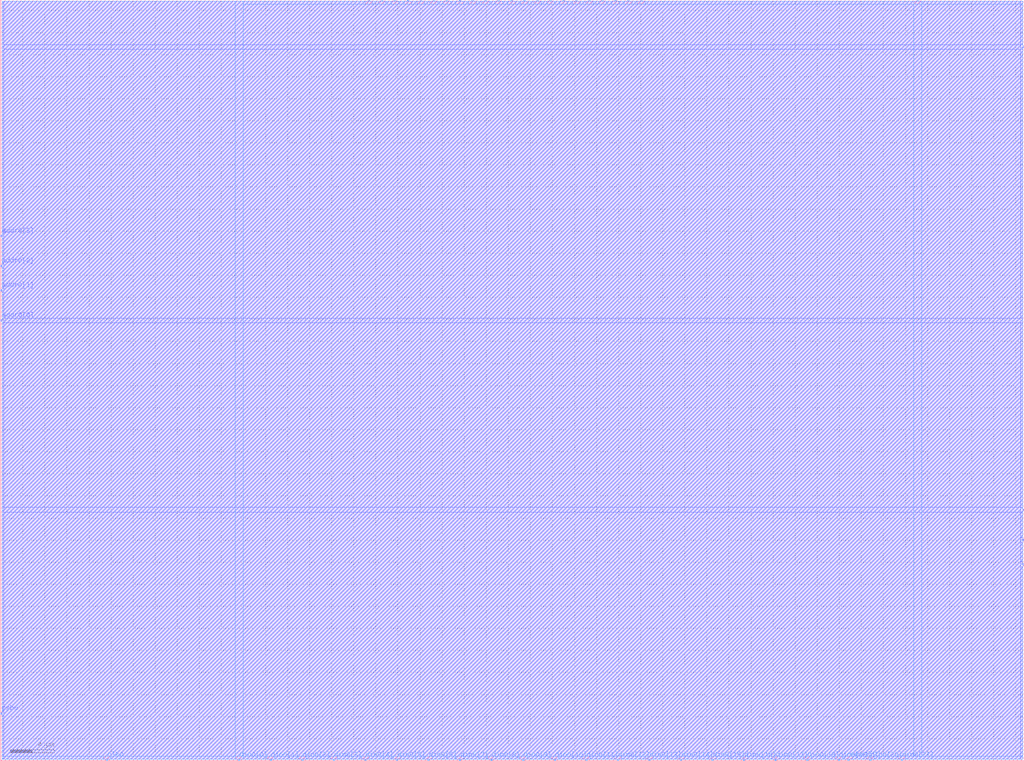
<source format=lef>
VERSION 5.4 ;
NAMESCASESENSITIVE ON ;
BUSBITCHARS "[]" ;
DIVIDERCHAR "/" ;
UNITS
  DATABASE MICRONS 2000 ;
END UNITS
MACRO sram_0rw1r1w_22_16_freepdk45
   CLASS BLOCK ;
   SIZE 92.745 BY 68.97 ;
   SYMMETRY X Y R90 ;
   PIN din0[0]
      DIRECTION INPUT ;
      PORT
         LAYER metal4 ;
         RECT  21.5425 0.0 21.6825 0.14 ;
      END
   END din0[0]
   PIN din0[1]
      DIRECTION INPUT ;
      PORT
         LAYER metal4 ;
         RECT  24.4025 0.0 24.5425 0.14 ;
      END
   END din0[1]
   PIN din0[2]
      DIRECTION INPUT ;
      PORT
         LAYER metal4 ;
         RECT  27.2625 0.0 27.4025 0.14 ;
      END
   END din0[2]
   PIN din0[3]
      DIRECTION INPUT ;
      PORT
         LAYER metal4 ;
         RECT  30.1225 0.0 30.2625 0.14 ;
      END
   END din0[3]
   PIN din0[4]
      DIRECTION INPUT ;
      PORT
         LAYER metal4 ;
         RECT  32.9825 0.0 33.1225 0.14 ;
      END
   END din0[4]
   PIN din0[5]
      DIRECTION INPUT ;
      PORT
         LAYER metal4 ;
         RECT  35.8425 0.0 35.9825 0.14 ;
      END
   END din0[5]
   PIN din0[6]
      DIRECTION INPUT ;
      PORT
         LAYER metal4 ;
         RECT  38.7025 0.0 38.8425 0.14 ;
      END
   END din0[6]
   PIN din0[7]
      DIRECTION INPUT ;
      PORT
         LAYER metal4 ;
         RECT  41.5625 0.0 41.7025 0.14 ;
      END
   END din0[7]
   PIN din0[8]
      DIRECTION INPUT ;
      PORT
         LAYER metal4 ;
         RECT  44.4225 0.0 44.5625 0.14 ;
      END
   END din0[8]
   PIN din0[9]
      DIRECTION INPUT ;
      PORT
         LAYER metal4 ;
         RECT  47.2825 0.0 47.4225 0.14 ;
      END
   END din0[9]
   PIN din0[10]
      DIRECTION INPUT ;
      PORT
         LAYER metal4 ;
         RECT  50.1425 0.0 50.2825 0.14 ;
      END
   END din0[10]
   PIN din0[11]
      DIRECTION INPUT ;
      PORT
         LAYER metal4 ;
         RECT  53.0025 0.0 53.1425 0.14 ;
      END
   END din0[11]
   PIN din0[12]
      DIRECTION INPUT ;
      PORT
         LAYER metal4 ;
         RECT  55.8625 0.0 56.0025 0.14 ;
      END
   END din0[12]
   PIN din0[13]
      DIRECTION INPUT ;
      PORT
         LAYER metal4 ;
         RECT  58.7225 0.0 58.8625 0.14 ;
      END
   END din0[13]
   PIN din0[14]
      DIRECTION INPUT ;
      PORT
         LAYER metal4 ;
         RECT  61.5825 0.0 61.7225 0.14 ;
      END
   END din0[14]
   PIN din0[15]
      DIRECTION INPUT ;
      PORT
         LAYER metal4 ;
         RECT  64.4425 0.0 64.5825 0.14 ;
      END
   END din0[15]
   PIN din0[16]
      DIRECTION INPUT ;
      PORT
         LAYER metal4 ;
         RECT  67.3025 0.0 67.4425 0.14 ;
      END
   END din0[16]
   PIN din0[17]
      DIRECTION INPUT ;
      PORT
         LAYER metal4 ;
         RECT  70.1625 0.0 70.3025 0.14 ;
      END
   END din0[17]
   PIN din0[18]
      DIRECTION INPUT ;
      PORT
         LAYER metal4 ;
         RECT  73.0225 0.0 73.1625 0.14 ;
      END
   END din0[18]
   PIN din0[19]
      DIRECTION INPUT ;
      PORT
         LAYER metal4 ;
         RECT  75.8825 0.0 76.0225 0.14 ;
      END
   END din0[19]
   PIN din0[20]
      DIRECTION INPUT ;
      PORT
         LAYER metal4 ;
         RECT  78.7425 0.0 78.8825 0.14 ;
      END
   END din0[20]
   PIN din0[21]
      DIRECTION INPUT ;
      PORT
         LAYER metal4 ;
         RECT  81.6025 0.0 81.7425 0.14 ;
      END
   END din0[21]
   PIN addr0[0]
      DIRECTION INPUT ;
      PORT
         LAYER metal3 ;
         RECT  0.0 39.835 0.14 39.975 ;
      END
   END addr0[0]
   PIN addr0[1]
      DIRECTION INPUT ;
      PORT
         LAYER metal3 ;
         RECT  0.0 42.565 0.14 42.705 ;
      END
   END addr0[1]
   PIN addr0[2]
      DIRECTION INPUT ;
      PORT
         LAYER metal3 ;
         RECT  0.0 44.775 0.14 44.915 ;
      END
   END addr0[2]
   PIN addr0[3]
      DIRECTION INPUT ;
      PORT
         LAYER metal3 ;
         RECT  0.0 47.505 0.14 47.645 ;
      END
   END addr0[3]
   PIN addr1[0]
      DIRECTION INPUT ;
      PORT
         LAYER metal3 ;
         RECT  92.605 22.675 92.745 22.815 ;
      END
   END addr1[0]
   PIN addr1[1]
      DIRECTION INPUT ;
      PORT
         LAYER metal3 ;
         RECT  92.605 19.945 92.745 20.085 ;
      END
   END addr1[1]
   PIN addr1[2]
      DIRECTION INPUT ;
      PORT
         LAYER metal3 ;
         RECT  92.605 17.735 92.745 17.875 ;
      END
   END addr1[2]
   PIN addr1[3]
      DIRECTION INPUT ;
      PORT
         LAYER metal4 ;
         RECT  76.78 0.0 76.92 0.14 ;
      END
   END addr1[3]
   PIN csb0
      DIRECTION INPUT ;
      PORT
         LAYER metal3 ;
         RECT  0.0 4.215 0.14 4.355 ;
      END
   END csb0
   PIN csb1
      DIRECTION INPUT ;
      PORT
         LAYER metal3 ;
         RECT  92.605 64.615 92.745 64.755 ;
      END
   END csb1
   PIN clk0
      DIRECTION INPUT ;
      PORT
         LAYER metal4 ;
         RECT  9.56 0.0 9.7 0.14 ;
      END
   END clk0
   PIN clk1
      DIRECTION INPUT ;
      PORT
         LAYER metal4 ;
         RECT  83.045 68.83 83.185 68.97 ;
      END
   END clk1
   PIN dout1[0]
      DIRECTION OUTPUT ;
      PORT
         LAYER metal4 ;
         RECT  33.3075 68.83 33.4475 68.97 ;
      END
   END dout1[0]
   PIN dout1[1]
      DIRECTION OUTPUT ;
      PORT
         LAYER metal4 ;
         RECT  34.4825 68.83 34.6225 68.97 ;
      END
   END dout1[1]
   PIN dout1[2]
      DIRECTION OUTPUT ;
      PORT
         LAYER metal4 ;
         RECT  35.6575 68.83 35.7975 68.97 ;
      END
   END dout1[2]
   PIN dout1[3]
      DIRECTION OUTPUT ;
      PORT
         LAYER metal4 ;
         RECT  36.8325 68.83 36.9725 68.97 ;
      END
   END dout1[3]
   PIN dout1[4]
      DIRECTION OUTPUT ;
      PORT
         LAYER metal4 ;
         RECT  38.0075 68.83 38.1475 68.97 ;
      END
   END dout1[4]
   PIN dout1[5]
      DIRECTION OUTPUT ;
      PORT
         LAYER metal4 ;
         RECT  39.1825 68.83 39.3225 68.97 ;
      END
   END dout1[5]
   PIN dout1[6]
      DIRECTION OUTPUT ;
      PORT
         LAYER metal4 ;
         RECT  40.3575 68.83 40.4975 68.97 ;
      END
   END dout1[6]
   PIN dout1[7]
      DIRECTION OUTPUT ;
      PORT
         LAYER metal4 ;
         RECT  41.5325 68.83 41.6725 68.97 ;
      END
   END dout1[7]
   PIN dout1[8]
      DIRECTION OUTPUT ;
      PORT
         LAYER metal4 ;
         RECT  42.7075 68.83 42.8475 68.97 ;
      END
   END dout1[8]
   PIN dout1[9]
      DIRECTION OUTPUT ;
      PORT
         LAYER metal4 ;
         RECT  43.8825 68.83 44.0225 68.97 ;
      END
   END dout1[9]
   PIN dout1[10]
      DIRECTION OUTPUT ;
      PORT
         LAYER metal4 ;
         RECT  45.0575 68.83 45.1975 68.97 ;
      END
   END dout1[10]
   PIN dout1[11]
      DIRECTION OUTPUT ;
      PORT
         LAYER metal4 ;
         RECT  46.2325 68.83 46.3725 68.97 ;
      END
   END dout1[11]
   PIN dout1[12]
      DIRECTION OUTPUT ;
      PORT
         LAYER metal4 ;
         RECT  47.4075 68.83 47.5475 68.97 ;
      END
   END dout1[12]
   PIN dout1[13]
      DIRECTION OUTPUT ;
      PORT
         LAYER metal4 ;
         RECT  48.5825 68.83 48.7225 68.97 ;
      END
   END dout1[13]
   PIN dout1[14]
      DIRECTION OUTPUT ;
      PORT
         LAYER metal4 ;
         RECT  49.7575 68.83 49.8975 68.97 ;
      END
   END dout1[14]
   PIN dout1[15]
      DIRECTION OUTPUT ;
      PORT
         LAYER metal4 ;
         RECT  50.9325 68.83 51.0725 68.97 ;
      END
   END dout1[15]
   PIN dout1[16]
      DIRECTION OUTPUT ;
      PORT
         LAYER metal4 ;
         RECT  52.1075 68.83 52.2475 68.97 ;
      END
   END dout1[16]
   PIN dout1[17]
      DIRECTION OUTPUT ;
      PORT
         LAYER metal4 ;
         RECT  53.2825 68.83 53.4225 68.97 ;
      END
   END dout1[17]
   PIN dout1[18]
      DIRECTION OUTPUT ;
      PORT
         LAYER metal4 ;
         RECT  54.4575 68.83 54.5975 68.97 ;
      END
   END dout1[18]
   PIN dout1[19]
      DIRECTION OUTPUT ;
      PORT
         LAYER metal4 ;
         RECT  55.6325 68.83 55.7725 68.97 ;
      END
   END dout1[19]
   PIN dout1[20]
      DIRECTION OUTPUT ;
      PORT
         LAYER metal4 ;
         RECT  56.8075 68.83 56.9475 68.97 ;
      END
   END dout1[20]
   PIN dout1[21]
      DIRECTION OUTPUT ;
      PORT
         LAYER metal4 ;
         RECT  57.9825 68.83 58.1225 68.97 ;
      END
   END dout1[21]
   PIN vdd
      DIRECTION INOUT ;
      USE POWER ; 
      SHAPE ABUTMENT ; 
      PORT
      END
   END vdd
   PIN gnd
      DIRECTION INOUT ;
      USE GROUND ; 
      SHAPE ABUTMENT ; 
      PORT
      END
   END gnd
   OBS
   LAYER  metal1 ;
      RECT  0.14 0.14 92.605 68.83 ;
   LAYER  metal2 ;
      RECT  0.14 0.14 92.605 68.83 ;
   LAYER  metal3 ;
      RECT  0.28 39.695 92.605 40.115 ;
      RECT  0.14 40.115 0.28 42.425 ;
      RECT  0.14 42.845 0.28 44.635 ;
      RECT  0.14 45.055 0.28 47.365 ;
      RECT  0.14 47.785 0.28 68.83 ;
      RECT  0.28 0.14 92.465 22.535 ;
      RECT  0.28 22.535 92.465 22.955 ;
      RECT  0.28 22.955 92.465 39.695 ;
      RECT  92.465 22.955 92.605 39.695 ;
      RECT  92.465 20.225 92.605 22.535 ;
      RECT  92.465 0.14 92.605 17.595 ;
      RECT  92.465 18.015 92.605 19.805 ;
      RECT  0.14 0.14 0.28 4.075 ;
      RECT  0.14 4.495 0.28 39.695 ;
      RECT  0.28 40.115 92.465 64.475 ;
      RECT  0.28 64.475 92.465 64.895 ;
      RECT  0.28 64.895 92.465 68.83 ;
      RECT  92.465 40.115 92.605 64.475 ;
      RECT  92.465 64.895 92.605 68.83 ;
   LAYER  metal4 ;
      RECT  0.14 0.42 21.2625 68.83 ;
      RECT  21.2625 0.42 21.9625 68.83 ;
      RECT  21.9625 0.14 24.1225 0.42 ;
      RECT  24.8225 0.14 26.9825 0.42 ;
      RECT  27.6825 0.14 29.8425 0.42 ;
      RECT  30.5425 0.14 32.7025 0.42 ;
      RECT  33.4025 0.14 35.5625 0.42 ;
      RECT  36.2625 0.14 38.4225 0.42 ;
      RECT  39.1225 0.14 41.2825 0.42 ;
      RECT  41.9825 0.14 44.1425 0.42 ;
      RECT  44.8425 0.14 47.0025 0.42 ;
      RECT  47.7025 0.14 49.8625 0.42 ;
      RECT  50.5625 0.14 52.7225 0.42 ;
      RECT  53.4225 0.14 55.5825 0.42 ;
      RECT  56.2825 0.14 58.4425 0.42 ;
      RECT  59.1425 0.14 61.3025 0.42 ;
      RECT  62.0025 0.14 64.1625 0.42 ;
      RECT  64.8625 0.14 67.0225 0.42 ;
      RECT  67.7225 0.14 69.8825 0.42 ;
      RECT  70.5825 0.14 72.7425 0.42 ;
      RECT  73.4425 0.14 75.6025 0.42 ;
      RECT  79.1625 0.14 81.3225 0.42 ;
      RECT  82.0225 0.14 92.605 0.42 ;
      RECT  76.3025 0.14 76.5 0.42 ;
      RECT  77.2 0.14 78.4625 0.42 ;
      RECT  0.14 0.14 9.28 0.42 ;
      RECT  9.98 0.14 21.2625 0.42 ;
      RECT  21.9625 0.42 82.765 68.55 ;
      RECT  82.765 0.42 83.465 68.55 ;
      RECT  83.465 0.42 92.605 68.55 ;
      RECT  83.465 68.55 92.605 68.83 ;
      RECT  21.9625 68.55 33.0275 68.83 ;
      RECT  33.7275 68.55 34.2025 68.83 ;
      RECT  34.9025 68.55 35.3775 68.83 ;
      RECT  36.0775 68.55 36.5525 68.83 ;
      RECT  37.2525 68.55 37.7275 68.83 ;
      RECT  38.4275 68.55 38.9025 68.83 ;
      RECT  39.6025 68.55 40.0775 68.83 ;
      RECT  40.7775 68.55 41.2525 68.83 ;
      RECT  41.9525 68.55 42.4275 68.83 ;
      RECT  43.1275 68.55 43.6025 68.83 ;
      RECT  44.3025 68.55 44.7775 68.83 ;
      RECT  45.4775 68.55 45.9525 68.83 ;
      RECT  46.6525 68.55 47.1275 68.83 ;
      RECT  47.8275 68.55 48.3025 68.83 ;
      RECT  49.0025 68.55 49.4775 68.83 ;
      RECT  50.1775 68.55 50.6525 68.83 ;
      RECT  51.3525 68.55 51.8275 68.83 ;
      RECT  52.5275 68.55 53.0025 68.83 ;
      RECT  53.7025 68.55 54.1775 68.83 ;
      RECT  54.8775 68.55 55.3525 68.83 ;
      RECT  56.0525 68.55 56.5275 68.83 ;
      RECT  57.2275 68.55 57.7025 68.83 ;
      RECT  58.4025 68.55 82.765 68.83 ;
   END
END    sram_0rw1r1w_22_16_freepdk45
END    LIBRARY

</source>
